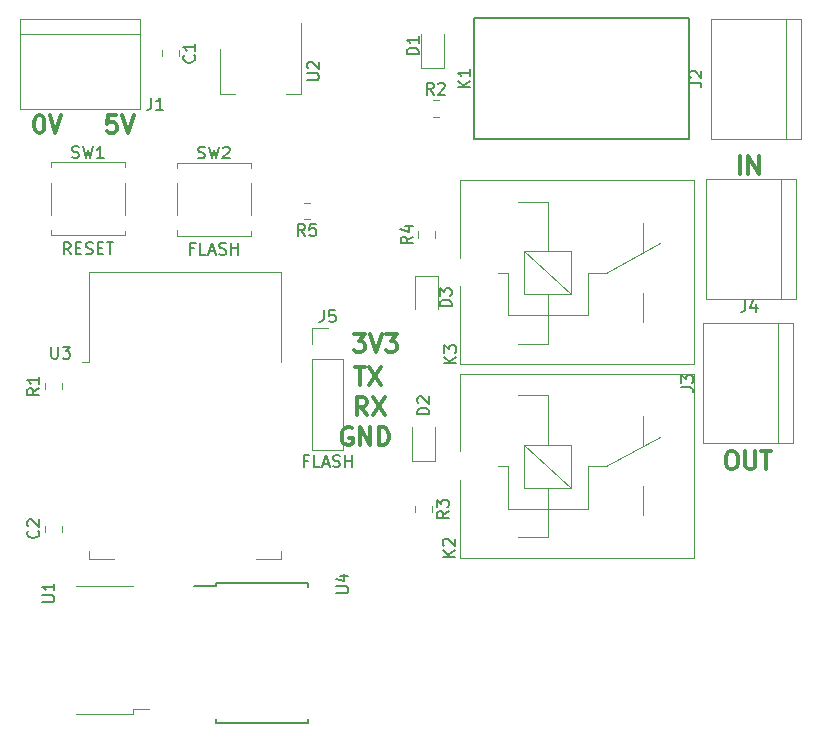
<source format=gbr>
G04 #@! TF.GenerationSoftware,KiCad,Pcbnew,5.0.1-33cea8e~68~ubuntu18.04.1*
G04 #@! TF.CreationDate,2018-11-29T09:05:56+01:00*
G04 #@! TF.ProjectId,Velux,56656C75782E6B696361645F70636200,rev?*
G04 #@! TF.SameCoordinates,Original*
G04 #@! TF.FileFunction,Legend,Top*
G04 #@! TF.FilePolarity,Positive*
%FSLAX46Y46*%
G04 Gerber Fmt 4.6, Leading zero omitted, Abs format (unit mm)*
G04 Created by KiCad (PCBNEW 5.0.1-33cea8e~68~ubuntu18.04.1) date jeu. 29 nov. 2018 09:05:56 CET*
%MOMM*%
%LPD*%
G01*
G04 APERTURE LIST*
%ADD10C,0.300000*%
%ADD11C,0.120000*%
%ADD12C,0.150000*%
G04 APERTURE END LIST*
D10*
X134263285Y-53915571D02*
X134406142Y-53915571D01*
X134549000Y-53987000D01*
X134620428Y-54058428D01*
X134691857Y-54201285D01*
X134763285Y-54487000D01*
X134763285Y-54844142D01*
X134691857Y-55129857D01*
X134620428Y-55272714D01*
X134549000Y-55344142D01*
X134406142Y-55415571D01*
X134263285Y-55415571D01*
X134120428Y-55344142D01*
X134049000Y-55272714D01*
X133977571Y-55129857D01*
X133906142Y-54844142D01*
X133906142Y-54487000D01*
X133977571Y-54201285D01*
X134049000Y-54058428D01*
X134120428Y-53987000D01*
X134263285Y-53915571D01*
X135191857Y-53915571D02*
X135691857Y-55415571D01*
X136191857Y-53915571D01*
X140834714Y-53915571D02*
X140120428Y-53915571D01*
X140049000Y-54629857D01*
X140120428Y-54558428D01*
X140263285Y-54487000D01*
X140620428Y-54487000D01*
X140763285Y-54558428D01*
X140834714Y-54629857D01*
X140906142Y-54772714D01*
X140906142Y-55129857D01*
X140834714Y-55272714D01*
X140763285Y-55344142D01*
X140620428Y-55415571D01*
X140263285Y-55415571D01*
X140120428Y-55344142D01*
X140049000Y-55272714D01*
X141334714Y-53915571D02*
X141834714Y-55415571D01*
X142334714Y-53915571D01*
X160782142Y-80403000D02*
X160639285Y-80331571D01*
X160425000Y-80331571D01*
X160210714Y-80403000D01*
X160067857Y-80545857D01*
X159996428Y-80688714D01*
X159925000Y-80974428D01*
X159925000Y-81188714D01*
X159996428Y-81474428D01*
X160067857Y-81617285D01*
X160210714Y-81760142D01*
X160425000Y-81831571D01*
X160567857Y-81831571D01*
X160782142Y-81760142D01*
X160853571Y-81688714D01*
X160853571Y-81188714D01*
X160567857Y-81188714D01*
X161496428Y-81831571D02*
X161496428Y-80331571D01*
X162353571Y-81831571D01*
X162353571Y-80331571D01*
X163067857Y-81831571D02*
X163067857Y-80331571D01*
X163425000Y-80331571D01*
X163639285Y-80403000D01*
X163782142Y-80545857D01*
X163853571Y-80688714D01*
X163925000Y-80974428D01*
X163925000Y-81188714D01*
X163853571Y-81474428D01*
X163782142Y-81617285D01*
X163639285Y-81760142D01*
X163425000Y-81831571D01*
X163067857Y-81831571D01*
X162056000Y-79291571D02*
X161556000Y-78577285D01*
X161198857Y-79291571D02*
X161198857Y-77791571D01*
X161770285Y-77791571D01*
X161913142Y-77863000D01*
X161984571Y-77934428D01*
X162056000Y-78077285D01*
X162056000Y-78291571D01*
X161984571Y-78434428D01*
X161913142Y-78505857D01*
X161770285Y-78577285D01*
X161198857Y-78577285D01*
X162556000Y-77791571D02*
X163556000Y-79291571D01*
X163556000Y-77791571D02*
X162556000Y-79291571D01*
X161036142Y-75251571D02*
X161893285Y-75251571D01*
X161464714Y-76751571D02*
X161464714Y-75251571D01*
X162250428Y-75251571D02*
X163250428Y-76751571D01*
X163250428Y-75251571D02*
X162250428Y-76751571D01*
X160956857Y-72457571D02*
X161885428Y-72457571D01*
X161385428Y-73029000D01*
X161599714Y-73029000D01*
X161742571Y-73100428D01*
X161814000Y-73171857D01*
X161885428Y-73314714D01*
X161885428Y-73671857D01*
X161814000Y-73814714D01*
X161742571Y-73886142D01*
X161599714Y-73957571D01*
X161171142Y-73957571D01*
X161028285Y-73886142D01*
X160956857Y-73814714D01*
X162314000Y-72457571D02*
X162814000Y-73957571D01*
X163314000Y-72457571D01*
X163671142Y-72457571D02*
X164599714Y-72457571D01*
X164099714Y-73029000D01*
X164314000Y-73029000D01*
X164456857Y-73100428D01*
X164528285Y-73171857D01*
X164599714Y-73314714D01*
X164599714Y-73671857D01*
X164528285Y-73814714D01*
X164456857Y-73886142D01*
X164314000Y-73957571D01*
X163885428Y-73957571D01*
X163742571Y-73886142D01*
X163671142Y-73814714D01*
X192810000Y-82363571D02*
X193095714Y-82363571D01*
X193238571Y-82435000D01*
X193381428Y-82577857D01*
X193452857Y-82863571D01*
X193452857Y-83363571D01*
X193381428Y-83649285D01*
X193238571Y-83792142D01*
X193095714Y-83863571D01*
X192810000Y-83863571D01*
X192667142Y-83792142D01*
X192524285Y-83649285D01*
X192452857Y-83363571D01*
X192452857Y-82863571D01*
X192524285Y-82577857D01*
X192667142Y-82435000D01*
X192810000Y-82363571D01*
X194095714Y-82363571D02*
X194095714Y-83577857D01*
X194167142Y-83720714D01*
X194238571Y-83792142D01*
X194381428Y-83863571D01*
X194667142Y-83863571D01*
X194810000Y-83792142D01*
X194881428Y-83720714D01*
X194952857Y-83577857D01*
X194952857Y-82363571D01*
X195452857Y-82363571D02*
X196310000Y-82363571D01*
X195881428Y-83863571D02*
X195881428Y-82363571D01*
X193651285Y-58844571D02*
X193651285Y-57344571D01*
X194365571Y-58844571D02*
X194365571Y-57344571D01*
X195222714Y-58844571D01*
X195222714Y-57344571D01*
D11*
G04 #@! TO.C,U3*
X138545000Y-67199000D02*
X154785000Y-67199000D01*
X154785000Y-67199000D02*
X154785000Y-74819000D01*
X154785000Y-90819000D02*
X154785000Y-91439000D01*
X154785000Y-91439000D02*
X152665000Y-91439000D01*
X140665000Y-91439000D02*
X138545000Y-91439000D01*
X138545000Y-91439000D02*
X138545000Y-90819000D01*
X138545000Y-74819000D02*
X138545000Y-67199000D01*
X138545000Y-74819000D02*
X137935000Y-74819000D01*
G04 #@! TO.C,U1*
X142252000Y-104592000D02*
X142252000Y-104192000D01*
X142252000Y-104192000D02*
X143652000Y-104192000D01*
X142252000Y-104592000D02*
X137452000Y-104592000D01*
X142252000Y-93792000D02*
X137452000Y-93792000D01*
G04 #@! TO.C,D3*
X166172000Y-67482000D02*
X166172000Y-70342000D01*
X168092000Y-67482000D02*
X166172000Y-67482000D01*
X168092000Y-70342000D02*
X168092000Y-67482000D01*
G04 #@! TO.C,D1*
X166680000Y-47015000D02*
X166680000Y-49875000D01*
X166680000Y-49875000D02*
X168600000Y-49875000D01*
X168600000Y-49875000D02*
X168600000Y-47015000D01*
G04 #@! TO.C,D2*
X167838000Y-83149000D02*
X167838000Y-80289000D01*
X165918000Y-83149000D02*
X167838000Y-83149000D01*
X165918000Y-80289000D02*
X165918000Y-83149000D01*
G04 #@! TO.C,J1*
X132715000Y-46990000D02*
X142875000Y-46990000D01*
X132715000Y-45720000D02*
X132715000Y-53340000D01*
X132715000Y-53340000D02*
X142875000Y-53340000D01*
X142875000Y-53340000D02*
X142875000Y-45720000D01*
X142875000Y-45720000D02*
X132715000Y-45720000D01*
G04 #@! TO.C,J2*
X197540000Y-45720000D02*
X197540000Y-55880000D01*
X198810000Y-45720000D02*
X191190000Y-45720000D01*
X191190000Y-45720000D02*
X191190000Y-55880000D01*
X191190000Y-55880000D02*
X198810000Y-55880000D01*
X198810000Y-55880000D02*
X198810000Y-45720000D01*
G04 #@! TO.C,J3*
X198120000Y-81661000D02*
X198120000Y-71501000D01*
X190500000Y-81661000D02*
X198120000Y-81661000D01*
X190500000Y-71501000D02*
X190500000Y-81661000D01*
X198120000Y-71501000D02*
X190500000Y-71501000D01*
X196850000Y-71501000D02*
X196850000Y-81661000D01*
G04 #@! TO.C,J4*
X197104000Y-59309000D02*
X197104000Y-69469000D01*
X198374000Y-59309000D02*
X190754000Y-59309000D01*
X190754000Y-59309000D02*
X190754000Y-69469000D01*
X190754000Y-69469000D02*
X198374000Y-69469000D01*
X198374000Y-69469000D02*
X198374000Y-59309000D01*
D12*
G04 #@! TO.C,K1*
X171140000Y-55900000D02*
X171140000Y-45700000D01*
X189340000Y-55900000D02*
X171140000Y-55900000D01*
X189340000Y-45700000D02*
X189340000Y-55900000D01*
X171140000Y-45700000D02*
X189340000Y-45700000D01*
D11*
G04 #@! TO.C,R1*
X136219000Y-77105252D02*
X136219000Y-76582748D01*
X134799000Y-77105252D02*
X134799000Y-76582748D01*
G04 #@! TO.C,R2*
X167623748Y-54050000D02*
X168146252Y-54050000D01*
X167623748Y-52630000D02*
X168146252Y-52630000D01*
G04 #@! TO.C,R3*
X167588000Y-86978748D02*
X167588000Y-87501252D01*
X166168000Y-86978748D02*
X166168000Y-87501252D01*
G04 #@! TO.C,R4*
X166422000Y-64260252D02*
X166422000Y-63737748D01*
X167842000Y-64260252D02*
X167842000Y-63737748D01*
G04 #@! TO.C,SW1*
X135280000Y-63610000D02*
X135280000Y-64060000D01*
X135280000Y-64060000D02*
X141580000Y-64060000D01*
X141580000Y-64060000D02*
X141580000Y-63660000D01*
X135280000Y-62310000D02*
X135280000Y-59610000D01*
X141580000Y-59610000D02*
X141580000Y-62310000D01*
X135280000Y-57860000D02*
X141580000Y-57860000D01*
X141580000Y-57860000D02*
X141580000Y-58310000D01*
X135280000Y-58310000D02*
X135280000Y-57860000D01*
G04 #@! TO.C,U2*
X149625000Y-52075000D02*
X150885000Y-52075000D01*
X156445000Y-52075000D02*
X155185000Y-52075000D01*
X149625000Y-48315000D02*
X149625000Y-52075000D01*
X156445000Y-46065000D02*
X156445000Y-52075000D01*
D12*
G04 #@! TO.C,U4*
X149287000Y-93491000D02*
X149287000Y-93741000D01*
X157037000Y-93491000D02*
X157037000Y-93836000D01*
X157037000Y-105391000D02*
X157037000Y-105046000D01*
X149287000Y-105391000D02*
X149287000Y-105046000D01*
X149287000Y-93491000D02*
X157037000Y-93491000D01*
X149287000Y-105391000D02*
X157037000Y-105391000D01*
X149287000Y-93741000D02*
X147462000Y-93741000D01*
D11*
G04 #@! TO.C,C1*
X146125000Y-48388748D02*
X146125000Y-48911252D01*
X144705000Y-48388748D02*
X144705000Y-48911252D01*
G04 #@! TO.C,C2*
X136219000Y-89170252D02*
X136219000Y-88647748D01*
X134799000Y-89170252D02*
X134799000Y-88647748D01*
G04 #@! TO.C,K2*
X169923000Y-84766000D02*
X169923000Y-91366000D01*
X169923000Y-75766000D02*
X169923000Y-82366000D01*
X169923000Y-75766000D02*
X189723000Y-75766000D01*
X189723000Y-75766000D02*
X189723000Y-91366000D01*
X189723000Y-91366000D02*
X169923000Y-91366000D01*
X185473000Y-87766000D02*
X185473000Y-85316000D01*
X185473000Y-79366000D02*
X185473000Y-81866000D01*
X174873000Y-89616000D02*
X177373000Y-89616000D01*
X173973000Y-83616000D02*
X173173000Y-83616000D01*
X177373000Y-77616000D02*
X174873000Y-77616000D01*
X180773000Y-83616000D02*
X182273000Y-83616000D01*
X182273000Y-83616000D02*
X186873000Y-81116000D01*
X180773000Y-87216000D02*
X173973000Y-87216000D01*
X180773000Y-83616000D02*
X180773000Y-87216000D01*
X173973000Y-83616000D02*
X173973000Y-87216000D01*
X177373000Y-77616000D02*
X177373000Y-81816000D01*
X177373000Y-85416000D02*
X177373000Y-89616000D01*
X179373000Y-85416000D02*
X175373000Y-81816000D01*
X175373000Y-85416000D02*
X175373000Y-81816000D01*
X175373000Y-81816000D02*
X179373000Y-81816000D01*
X179373000Y-81816000D02*
X179373000Y-85416000D01*
X179373000Y-85416000D02*
X175373000Y-85416000D01*
G04 #@! TO.C,K3*
X179373000Y-69033000D02*
X175373000Y-69033000D01*
X179373000Y-65433000D02*
X179373000Y-69033000D01*
X175373000Y-65433000D02*
X179373000Y-65433000D01*
X175373000Y-69033000D02*
X175373000Y-65433000D01*
X179373000Y-69033000D02*
X175373000Y-65433000D01*
X177373000Y-69033000D02*
X177373000Y-73233000D01*
X177373000Y-61233000D02*
X177373000Y-65433000D01*
X173973000Y-67233000D02*
X173973000Y-70833000D01*
X180773000Y-67233000D02*
X180773000Y-70833000D01*
X180773000Y-70833000D02*
X173973000Y-70833000D01*
X182273000Y-67233000D02*
X186873000Y-64733000D01*
X180773000Y-67233000D02*
X182273000Y-67233000D01*
X177373000Y-61233000D02*
X174873000Y-61233000D01*
X173973000Y-67233000D02*
X173173000Y-67233000D01*
X174873000Y-73233000D02*
X177373000Y-73233000D01*
X185473000Y-62983000D02*
X185473000Y-65483000D01*
X185473000Y-71383000D02*
X185473000Y-68933000D01*
X189723000Y-74983000D02*
X169923000Y-74983000D01*
X189723000Y-59383000D02*
X189723000Y-74983000D01*
X169923000Y-59383000D02*
X189723000Y-59383000D01*
X169923000Y-59383000D02*
X169923000Y-65983000D01*
X169923000Y-68383000D02*
X169923000Y-74983000D01*
G04 #@! TO.C,J5*
X157420000Y-82229000D02*
X160080000Y-82229000D01*
X157420000Y-74549000D02*
X157420000Y-82229000D01*
X160080000Y-74549000D02*
X160080000Y-82229000D01*
X157420000Y-74549000D02*
X160080000Y-74549000D01*
X157420000Y-73279000D02*
X157420000Y-71949000D01*
X157420000Y-71949000D02*
X158750000Y-71949000D01*
G04 #@! TO.C,R5*
X157236252Y-62710000D02*
X156713748Y-62710000D01*
X157236252Y-61290000D02*
X156713748Y-61290000D01*
G04 #@! TO.C,SW2*
X145970000Y-63650000D02*
X145970000Y-64100000D01*
X145970000Y-64100000D02*
X152270000Y-64100000D01*
X152270000Y-64100000D02*
X152270000Y-63700000D01*
X145970000Y-62350000D02*
X145970000Y-59650000D01*
X152270000Y-59650000D02*
X152270000Y-62350000D01*
X145970000Y-57900000D02*
X152270000Y-57900000D01*
X152270000Y-57900000D02*
X152270000Y-58350000D01*
X145970000Y-58350000D02*
X145970000Y-57900000D01*
G04 #@! TO.C,U3*
D12*
X135343095Y-73511380D02*
X135343095Y-74320904D01*
X135390714Y-74416142D01*
X135438333Y-74463761D01*
X135533571Y-74511380D01*
X135724047Y-74511380D01*
X135819285Y-74463761D01*
X135866904Y-74416142D01*
X135914523Y-74320904D01*
X135914523Y-73511380D01*
X136295476Y-73511380D02*
X136914523Y-73511380D01*
X136581190Y-73892333D01*
X136724047Y-73892333D01*
X136819285Y-73939952D01*
X136866904Y-73987571D01*
X136914523Y-74082809D01*
X136914523Y-74320904D01*
X136866904Y-74416142D01*
X136819285Y-74463761D01*
X136724047Y-74511380D01*
X136438333Y-74511380D01*
X136343095Y-74463761D01*
X136295476Y-74416142D01*
G04 #@! TO.C,U1*
X134580380Y-95122904D02*
X135389904Y-95122904D01*
X135485142Y-95075285D01*
X135532761Y-95027666D01*
X135580380Y-94932428D01*
X135580380Y-94741952D01*
X135532761Y-94646714D01*
X135485142Y-94599095D01*
X135389904Y-94551476D01*
X134580380Y-94551476D01*
X135580380Y-93551476D02*
X135580380Y-94122904D01*
X135580380Y-93837190D02*
X134580380Y-93837190D01*
X134723238Y-93932428D01*
X134818476Y-94027666D01*
X134866095Y-94122904D01*
G04 #@! TO.C,D3*
X169234380Y-70080095D02*
X168234380Y-70080095D01*
X168234380Y-69842000D01*
X168282000Y-69699142D01*
X168377238Y-69603904D01*
X168472476Y-69556285D01*
X168662952Y-69508666D01*
X168805809Y-69508666D01*
X168996285Y-69556285D01*
X169091523Y-69603904D01*
X169186761Y-69699142D01*
X169234380Y-69842000D01*
X169234380Y-70080095D01*
X168234380Y-69175333D02*
X168234380Y-68556285D01*
X168615333Y-68889619D01*
X168615333Y-68746761D01*
X168662952Y-68651523D01*
X168710571Y-68603904D01*
X168805809Y-68556285D01*
X169043904Y-68556285D01*
X169139142Y-68603904D01*
X169186761Y-68651523D01*
X169234380Y-68746761D01*
X169234380Y-69032476D01*
X169186761Y-69127714D01*
X169139142Y-69175333D01*
G04 #@! TO.C,D1*
X166442380Y-48753095D02*
X165442380Y-48753095D01*
X165442380Y-48515000D01*
X165490000Y-48372142D01*
X165585238Y-48276904D01*
X165680476Y-48229285D01*
X165870952Y-48181666D01*
X166013809Y-48181666D01*
X166204285Y-48229285D01*
X166299523Y-48276904D01*
X166394761Y-48372142D01*
X166442380Y-48515000D01*
X166442380Y-48753095D01*
X166442380Y-47229285D02*
X166442380Y-47800714D01*
X166442380Y-47515000D02*
X165442380Y-47515000D01*
X165585238Y-47610238D01*
X165680476Y-47705476D01*
X165728095Y-47800714D01*
G04 #@! TO.C,D2*
X167330380Y-79224095D02*
X166330380Y-79224095D01*
X166330380Y-78986000D01*
X166378000Y-78843142D01*
X166473238Y-78747904D01*
X166568476Y-78700285D01*
X166758952Y-78652666D01*
X166901809Y-78652666D01*
X167092285Y-78700285D01*
X167187523Y-78747904D01*
X167282761Y-78843142D01*
X167330380Y-78986000D01*
X167330380Y-79224095D01*
X166425619Y-78271714D02*
X166378000Y-78224095D01*
X166330380Y-78128857D01*
X166330380Y-77890761D01*
X166378000Y-77795523D01*
X166425619Y-77747904D01*
X166520857Y-77700285D01*
X166616095Y-77700285D01*
X166758952Y-77747904D01*
X167330380Y-78319333D01*
X167330380Y-77700285D01*
G04 #@! TO.C,J1*
X143811666Y-52411380D02*
X143811666Y-53125666D01*
X143764047Y-53268523D01*
X143668809Y-53363761D01*
X143525952Y-53411380D01*
X143430714Y-53411380D01*
X144811666Y-53411380D02*
X144240238Y-53411380D01*
X144525952Y-53411380D02*
X144525952Y-52411380D01*
X144430714Y-52554238D01*
X144335476Y-52649476D01*
X144240238Y-52697095D01*
G04 #@! TO.C,J2*
X189372380Y-51133333D02*
X190086666Y-51133333D01*
X190229523Y-51180952D01*
X190324761Y-51276190D01*
X190372380Y-51419047D01*
X190372380Y-51514285D01*
X189467619Y-50704761D02*
X189420000Y-50657142D01*
X189372380Y-50561904D01*
X189372380Y-50323809D01*
X189420000Y-50228571D01*
X189467619Y-50180952D01*
X189562857Y-50133333D01*
X189658095Y-50133333D01*
X189800952Y-50180952D01*
X190372380Y-50752380D01*
X190372380Y-50133333D01*
G04 #@! TO.C,J3*
X188682380Y-76914333D02*
X189396666Y-76914333D01*
X189539523Y-76961952D01*
X189634761Y-77057190D01*
X189682380Y-77200047D01*
X189682380Y-77295285D01*
X188682380Y-76533380D02*
X188682380Y-75914333D01*
X189063333Y-76247666D01*
X189063333Y-76104809D01*
X189110952Y-76009571D01*
X189158571Y-75961952D01*
X189253809Y-75914333D01*
X189491904Y-75914333D01*
X189587142Y-75961952D01*
X189634761Y-76009571D01*
X189682380Y-76104809D01*
X189682380Y-76390523D01*
X189634761Y-76485761D01*
X189587142Y-76533380D01*
G04 #@! TO.C,J4*
X194103666Y-69556380D02*
X194103666Y-70270666D01*
X194056047Y-70413523D01*
X193960809Y-70508761D01*
X193817952Y-70556380D01*
X193722714Y-70556380D01*
X195008428Y-69889714D02*
X195008428Y-70556380D01*
X194770333Y-69508761D02*
X194532238Y-70223047D01*
X195151285Y-70223047D01*
G04 #@! TO.C,K1*
X170759380Y-51538095D02*
X169759380Y-51538095D01*
X170759380Y-50966666D02*
X170187952Y-51395238D01*
X169759380Y-50966666D02*
X170330809Y-51538095D01*
X170759380Y-50014285D02*
X170759380Y-50585714D01*
X170759380Y-50300000D02*
X169759380Y-50300000D01*
X169902238Y-50395238D01*
X169997476Y-50490476D01*
X170045095Y-50585714D01*
G04 #@! TO.C,R1*
X134311380Y-77010666D02*
X133835190Y-77344000D01*
X134311380Y-77582095D02*
X133311380Y-77582095D01*
X133311380Y-77201142D01*
X133359000Y-77105904D01*
X133406619Y-77058285D01*
X133501857Y-77010666D01*
X133644714Y-77010666D01*
X133739952Y-77058285D01*
X133787571Y-77105904D01*
X133835190Y-77201142D01*
X133835190Y-77582095D01*
X134311380Y-76058285D02*
X134311380Y-76629714D01*
X134311380Y-76344000D02*
X133311380Y-76344000D01*
X133454238Y-76439238D01*
X133549476Y-76534476D01*
X133597095Y-76629714D01*
G04 #@! TO.C,R2*
X167718333Y-52142380D02*
X167385000Y-51666190D01*
X167146904Y-52142380D02*
X167146904Y-51142380D01*
X167527857Y-51142380D01*
X167623095Y-51190000D01*
X167670714Y-51237619D01*
X167718333Y-51332857D01*
X167718333Y-51475714D01*
X167670714Y-51570952D01*
X167623095Y-51618571D01*
X167527857Y-51666190D01*
X167146904Y-51666190D01*
X168099285Y-51237619D02*
X168146904Y-51190000D01*
X168242142Y-51142380D01*
X168480238Y-51142380D01*
X168575476Y-51190000D01*
X168623095Y-51237619D01*
X168670714Y-51332857D01*
X168670714Y-51428095D01*
X168623095Y-51570952D01*
X168051666Y-52142380D01*
X168670714Y-52142380D01*
G04 #@! TO.C,R3*
X168980380Y-87406666D02*
X168504190Y-87740000D01*
X168980380Y-87978095D02*
X167980380Y-87978095D01*
X167980380Y-87597142D01*
X168028000Y-87501904D01*
X168075619Y-87454285D01*
X168170857Y-87406666D01*
X168313714Y-87406666D01*
X168408952Y-87454285D01*
X168456571Y-87501904D01*
X168504190Y-87597142D01*
X168504190Y-87978095D01*
X167980380Y-87073333D02*
X167980380Y-86454285D01*
X168361333Y-86787619D01*
X168361333Y-86644761D01*
X168408952Y-86549523D01*
X168456571Y-86501904D01*
X168551809Y-86454285D01*
X168789904Y-86454285D01*
X168885142Y-86501904D01*
X168932761Y-86549523D01*
X168980380Y-86644761D01*
X168980380Y-86930476D01*
X168932761Y-87025714D01*
X168885142Y-87073333D01*
G04 #@! TO.C,R4*
X165934380Y-64165666D02*
X165458190Y-64499000D01*
X165934380Y-64737095D02*
X164934380Y-64737095D01*
X164934380Y-64356142D01*
X164982000Y-64260904D01*
X165029619Y-64213285D01*
X165124857Y-64165666D01*
X165267714Y-64165666D01*
X165362952Y-64213285D01*
X165410571Y-64260904D01*
X165458190Y-64356142D01*
X165458190Y-64737095D01*
X165267714Y-63308523D02*
X165934380Y-63308523D01*
X164886761Y-63546619D02*
X165601047Y-63784714D01*
X165601047Y-63165666D01*
G04 #@! TO.C,SW1*
X137096666Y-57464761D02*
X137239523Y-57512380D01*
X137477619Y-57512380D01*
X137572857Y-57464761D01*
X137620476Y-57417142D01*
X137668095Y-57321904D01*
X137668095Y-57226666D01*
X137620476Y-57131428D01*
X137572857Y-57083809D01*
X137477619Y-57036190D01*
X137287142Y-56988571D01*
X137191904Y-56940952D01*
X137144285Y-56893333D01*
X137096666Y-56798095D01*
X137096666Y-56702857D01*
X137144285Y-56607619D01*
X137191904Y-56560000D01*
X137287142Y-56512380D01*
X137525238Y-56512380D01*
X137668095Y-56560000D01*
X138001428Y-56512380D02*
X138239523Y-57512380D01*
X138430000Y-56798095D01*
X138620476Y-57512380D01*
X138858571Y-56512380D01*
X139763333Y-57512380D02*
X139191904Y-57512380D01*
X139477619Y-57512380D02*
X139477619Y-56512380D01*
X139382380Y-56655238D01*
X139287142Y-56750476D01*
X139191904Y-56798095D01*
X136977619Y-65662380D02*
X136644285Y-65186190D01*
X136406190Y-65662380D02*
X136406190Y-64662380D01*
X136787142Y-64662380D01*
X136882380Y-64710000D01*
X136930000Y-64757619D01*
X136977619Y-64852857D01*
X136977619Y-64995714D01*
X136930000Y-65090952D01*
X136882380Y-65138571D01*
X136787142Y-65186190D01*
X136406190Y-65186190D01*
X137406190Y-65138571D02*
X137739523Y-65138571D01*
X137882380Y-65662380D02*
X137406190Y-65662380D01*
X137406190Y-64662380D01*
X137882380Y-64662380D01*
X138263333Y-65614761D02*
X138406190Y-65662380D01*
X138644285Y-65662380D01*
X138739523Y-65614761D01*
X138787142Y-65567142D01*
X138834761Y-65471904D01*
X138834761Y-65376666D01*
X138787142Y-65281428D01*
X138739523Y-65233809D01*
X138644285Y-65186190D01*
X138453809Y-65138571D01*
X138358571Y-65090952D01*
X138310952Y-65043333D01*
X138263333Y-64948095D01*
X138263333Y-64852857D01*
X138310952Y-64757619D01*
X138358571Y-64710000D01*
X138453809Y-64662380D01*
X138691904Y-64662380D01*
X138834761Y-64710000D01*
X139263333Y-65138571D02*
X139596666Y-65138571D01*
X139739523Y-65662380D02*
X139263333Y-65662380D01*
X139263333Y-64662380D01*
X139739523Y-64662380D01*
X140025238Y-64662380D02*
X140596666Y-64662380D01*
X140310952Y-65662380D02*
X140310952Y-64662380D01*
G04 #@! TO.C,U2*
X156987380Y-50926904D02*
X157796904Y-50926904D01*
X157892142Y-50879285D01*
X157939761Y-50831666D01*
X157987380Y-50736428D01*
X157987380Y-50545952D01*
X157939761Y-50450714D01*
X157892142Y-50403095D01*
X157796904Y-50355476D01*
X156987380Y-50355476D01*
X157082619Y-49926904D02*
X157035000Y-49879285D01*
X156987380Y-49784047D01*
X156987380Y-49545952D01*
X157035000Y-49450714D01*
X157082619Y-49403095D01*
X157177857Y-49355476D01*
X157273095Y-49355476D01*
X157415952Y-49403095D01*
X157987380Y-49974523D01*
X157987380Y-49355476D01*
G04 #@! TO.C,U4*
X159472380Y-94360904D02*
X160281904Y-94360904D01*
X160377142Y-94313285D01*
X160424761Y-94265666D01*
X160472380Y-94170428D01*
X160472380Y-93979952D01*
X160424761Y-93884714D01*
X160377142Y-93837095D01*
X160281904Y-93789476D01*
X159472380Y-93789476D01*
X159805714Y-92884714D02*
X160472380Y-92884714D01*
X159424761Y-93122809D02*
X160139047Y-93360904D01*
X160139047Y-92741857D01*
G04 #@! TO.C,C1*
X147422142Y-48816666D02*
X147469761Y-48864285D01*
X147517380Y-49007142D01*
X147517380Y-49102380D01*
X147469761Y-49245238D01*
X147374523Y-49340476D01*
X147279285Y-49388095D01*
X147088809Y-49435714D01*
X146945952Y-49435714D01*
X146755476Y-49388095D01*
X146660238Y-49340476D01*
X146565000Y-49245238D01*
X146517380Y-49102380D01*
X146517380Y-49007142D01*
X146565000Y-48864285D01*
X146612619Y-48816666D01*
X147517380Y-47864285D02*
X147517380Y-48435714D01*
X147517380Y-48150000D02*
X146517380Y-48150000D01*
X146660238Y-48245238D01*
X146755476Y-48340476D01*
X146803095Y-48435714D01*
G04 #@! TO.C,C2*
X134216142Y-89075666D02*
X134263761Y-89123285D01*
X134311380Y-89266142D01*
X134311380Y-89361380D01*
X134263761Y-89504238D01*
X134168523Y-89599476D01*
X134073285Y-89647095D01*
X133882809Y-89694714D01*
X133739952Y-89694714D01*
X133549476Y-89647095D01*
X133454238Y-89599476D01*
X133359000Y-89504238D01*
X133311380Y-89361380D01*
X133311380Y-89266142D01*
X133359000Y-89123285D01*
X133406619Y-89075666D01*
X133406619Y-88694714D02*
X133359000Y-88647095D01*
X133311380Y-88551857D01*
X133311380Y-88313761D01*
X133359000Y-88218523D01*
X133406619Y-88170904D01*
X133501857Y-88123285D01*
X133597095Y-88123285D01*
X133739952Y-88170904D01*
X134311380Y-88742333D01*
X134311380Y-88123285D01*
G04 #@! TO.C,K2*
X169489380Y-91289095D02*
X168489380Y-91289095D01*
X169489380Y-90717666D02*
X168917952Y-91146238D01*
X168489380Y-90717666D02*
X169060809Y-91289095D01*
X168584619Y-90336714D02*
X168537000Y-90289095D01*
X168489380Y-90193857D01*
X168489380Y-89955761D01*
X168537000Y-89860523D01*
X168584619Y-89812904D01*
X168679857Y-89765285D01*
X168775095Y-89765285D01*
X168917952Y-89812904D01*
X169489380Y-90384333D01*
X169489380Y-89765285D01*
G04 #@! TO.C,K3*
X169616380Y-74906095D02*
X168616380Y-74906095D01*
X169616380Y-74334666D02*
X169044952Y-74763238D01*
X168616380Y-74334666D02*
X169187809Y-74906095D01*
X168616380Y-74001333D02*
X168616380Y-73382285D01*
X168997333Y-73715619D01*
X168997333Y-73572761D01*
X169044952Y-73477523D01*
X169092571Y-73429904D01*
X169187809Y-73382285D01*
X169425904Y-73382285D01*
X169521142Y-73429904D01*
X169568761Y-73477523D01*
X169616380Y-73572761D01*
X169616380Y-73858476D01*
X169568761Y-73953714D01*
X169521142Y-74001333D01*
G04 #@! TO.C,J5*
X158416666Y-70401380D02*
X158416666Y-71115666D01*
X158369047Y-71258523D01*
X158273809Y-71353761D01*
X158130952Y-71401380D01*
X158035714Y-71401380D01*
X159369047Y-70401380D02*
X158892857Y-70401380D01*
X158845238Y-70877571D01*
X158892857Y-70829952D01*
X158988095Y-70782333D01*
X159226190Y-70782333D01*
X159321428Y-70829952D01*
X159369047Y-70877571D01*
X159416666Y-70972809D01*
X159416666Y-71210904D01*
X159369047Y-71306142D01*
X159321428Y-71353761D01*
X159226190Y-71401380D01*
X158988095Y-71401380D01*
X158892857Y-71353761D01*
X158845238Y-71306142D01*
X157059523Y-83157571D02*
X156726190Y-83157571D01*
X156726190Y-83681380D02*
X156726190Y-82681380D01*
X157202380Y-82681380D01*
X158059523Y-83681380D02*
X157583333Y-83681380D01*
X157583333Y-82681380D01*
X158345238Y-83395666D02*
X158821428Y-83395666D01*
X158250000Y-83681380D02*
X158583333Y-82681380D01*
X158916666Y-83681380D01*
X159202380Y-83633761D02*
X159345238Y-83681380D01*
X159583333Y-83681380D01*
X159678571Y-83633761D01*
X159726190Y-83586142D01*
X159773809Y-83490904D01*
X159773809Y-83395666D01*
X159726190Y-83300428D01*
X159678571Y-83252809D01*
X159583333Y-83205190D01*
X159392857Y-83157571D01*
X159297619Y-83109952D01*
X159250000Y-83062333D01*
X159202380Y-82967095D01*
X159202380Y-82871857D01*
X159250000Y-82776619D01*
X159297619Y-82729000D01*
X159392857Y-82681380D01*
X159630952Y-82681380D01*
X159773809Y-82729000D01*
X160202380Y-83681380D02*
X160202380Y-82681380D01*
X160202380Y-83157571D02*
X160773809Y-83157571D01*
X160773809Y-83681380D02*
X160773809Y-82681380D01*
G04 #@! TO.C,R5*
X156808333Y-64102380D02*
X156475000Y-63626190D01*
X156236904Y-64102380D02*
X156236904Y-63102380D01*
X156617857Y-63102380D01*
X156713095Y-63150000D01*
X156760714Y-63197619D01*
X156808333Y-63292857D01*
X156808333Y-63435714D01*
X156760714Y-63530952D01*
X156713095Y-63578571D01*
X156617857Y-63626190D01*
X156236904Y-63626190D01*
X157713095Y-63102380D02*
X157236904Y-63102380D01*
X157189285Y-63578571D01*
X157236904Y-63530952D01*
X157332142Y-63483333D01*
X157570238Y-63483333D01*
X157665476Y-63530952D01*
X157713095Y-63578571D01*
X157760714Y-63673809D01*
X157760714Y-63911904D01*
X157713095Y-64007142D01*
X157665476Y-64054761D01*
X157570238Y-64102380D01*
X157332142Y-64102380D01*
X157236904Y-64054761D01*
X157189285Y-64007142D01*
G04 #@! TO.C,SW2*
X147786666Y-57504761D02*
X147929523Y-57552380D01*
X148167619Y-57552380D01*
X148262857Y-57504761D01*
X148310476Y-57457142D01*
X148358095Y-57361904D01*
X148358095Y-57266666D01*
X148310476Y-57171428D01*
X148262857Y-57123809D01*
X148167619Y-57076190D01*
X147977142Y-57028571D01*
X147881904Y-56980952D01*
X147834285Y-56933333D01*
X147786666Y-56838095D01*
X147786666Y-56742857D01*
X147834285Y-56647619D01*
X147881904Y-56600000D01*
X147977142Y-56552380D01*
X148215238Y-56552380D01*
X148358095Y-56600000D01*
X148691428Y-56552380D02*
X148929523Y-57552380D01*
X149120000Y-56838095D01*
X149310476Y-57552380D01*
X149548571Y-56552380D01*
X149881904Y-56647619D02*
X149929523Y-56600000D01*
X150024761Y-56552380D01*
X150262857Y-56552380D01*
X150358095Y-56600000D01*
X150405714Y-56647619D01*
X150453333Y-56742857D01*
X150453333Y-56838095D01*
X150405714Y-56980952D01*
X149834285Y-57552380D01*
X150453333Y-57552380D01*
X147429523Y-65178571D02*
X147096190Y-65178571D01*
X147096190Y-65702380D02*
X147096190Y-64702380D01*
X147572380Y-64702380D01*
X148429523Y-65702380D02*
X147953333Y-65702380D01*
X147953333Y-64702380D01*
X148715238Y-65416666D02*
X149191428Y-65416666D01*
X148620000Y-65702380D02*
X148953333Y-64702380D01*
X149286666Y-65702380D01*
X149572380Y-65654761D02*
X149715238Y-65702380D01*
X149953333Y-65702380D01*
X150048571Y-65654761D01*
X150096190Y-65607142D01*
X150143809Y-65511904D01*
X150143809Y-65416666D01*
X150096190Y-65321428D01*
X150048571Y-65273809D01*
X149953333Y-65226190D01*
X149762857Y-65178571D01*
X149667619Y-65130952D01*
X149620000Y-65083333D01*
X149572380Y-64988095D01*
X149572380Y-64892857D01*
X149620000Y-64797619D01*
X149667619Y-64750000D01*
X149762857Y-64702380D01*
X150000952Y-64702380D01*
X150143809Y-64750000D01*
X150572380Y-65702380D02*
X150572380Y-64702380D01*
X150572380Y-65178571D02*
X151143809Y-65178571D01*
X151143809Y-65702380D02*
X151143809Y-64702380D01*
G04 #@! TD*
M02*

</source>
